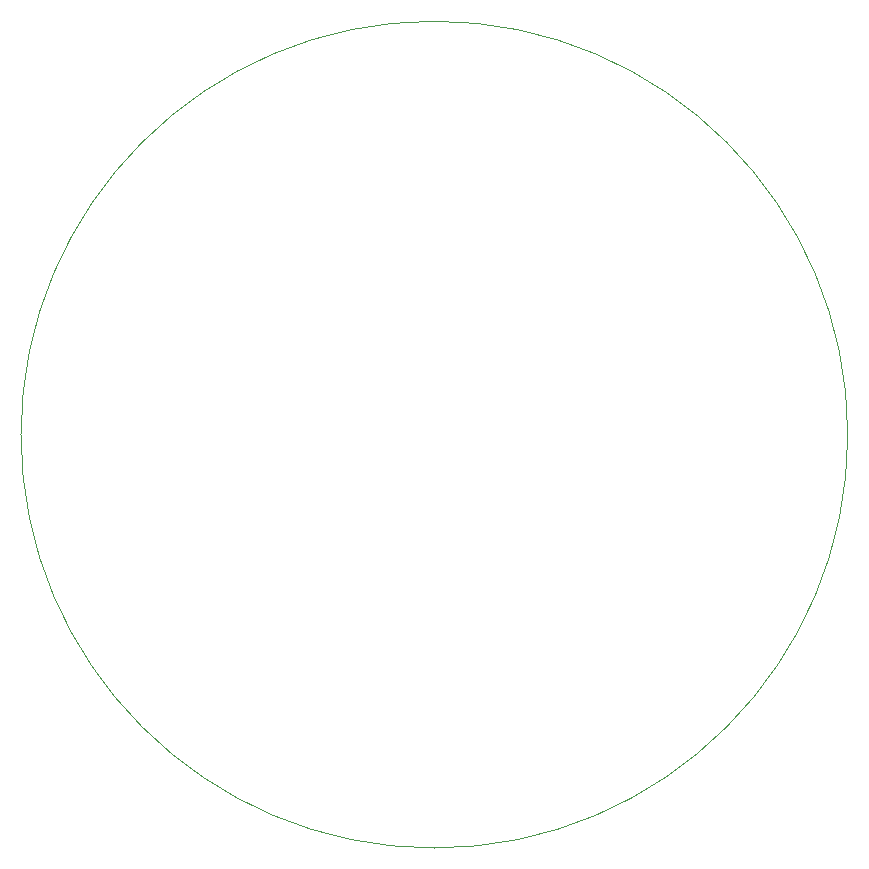
<source format=gbr>
%TF.GenerationSoftware,KiCad,Pcbnew,8.0.5*%
%TF.CreationDate,2025-05-16T20:13:13-04:00*%
%TF.ProjectId,RTLS_VIC,52544c53-5f56-4494-932e-6b696361645f,rev?*%
%TF.SameCoordinates,Original*%
%TF.FileFunction,Profile,NP*%
%FSLAX46Y46*%
G04 Gerber Fmt 4.6, Leading zero omitted, Abs format (unit mm)*
G04 Created by KiCad (PCBNEW 8.0.5) date 2025-05-16 20:13:13*
%MOMM*%
%LPD*%
G01*
G04 APERTURE LIST*
%TA.AperFunction,Profile*%
%ADD10C,0.050000*%
%TD*%
G04 APERTURE END LIST*
D10*
X190884000Y-92775000D02*
G75*
G02*
X120884000Y-92775000I-35000000J0D01*
G01*
X120884000Y-92775000D02*
G75*
G02*
X190884000Y-92775000I35000000J0D01*
G01*
M02*

</source>
